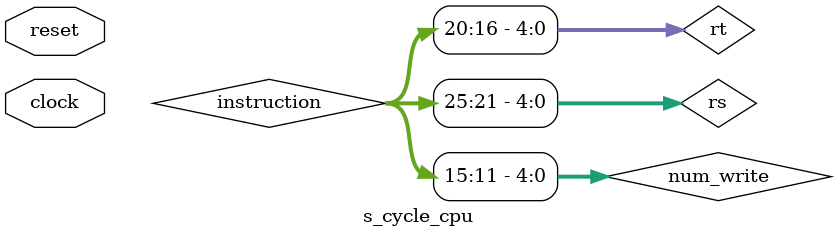
<source format=v>
module s_cycle_cpu(clock,reset);

input clock;

input reset;

wire [31:0] pc,npc,instruction;

wire [31:0]a,b;

wire[4:0]rs,rt,num_write;

wire[31:0]data_write;

wire[5:0]alu_ctrl;
pc PC(
.pc(pc),
.clock(clock),
.reset(reset),
.npc(npc)
);
assign npc=pc+4;

im IM(
    .instruction(instruction),
    .pc(pc)
);

ctrl CTRL(
    .instruction(instruction),
    .alu_ctrl(alu_ctrl)
);
assign rs=instruction[25:21];
assign rt=instruction[20:16];
assign num_write=instruction[15:11];

gpr GPR(
.a(a),
.b(b),
.clock(clock),
.reg_write(1),
.rs(rs),
.rt(rt),
.num_write(num_write),
.data_write(data_write)
);

alu ALU(
    .c(data_write),
    .a(a),
    .b(b),
    .alu_ctrl(alu_ctrl)
);

endmodule

</source>
